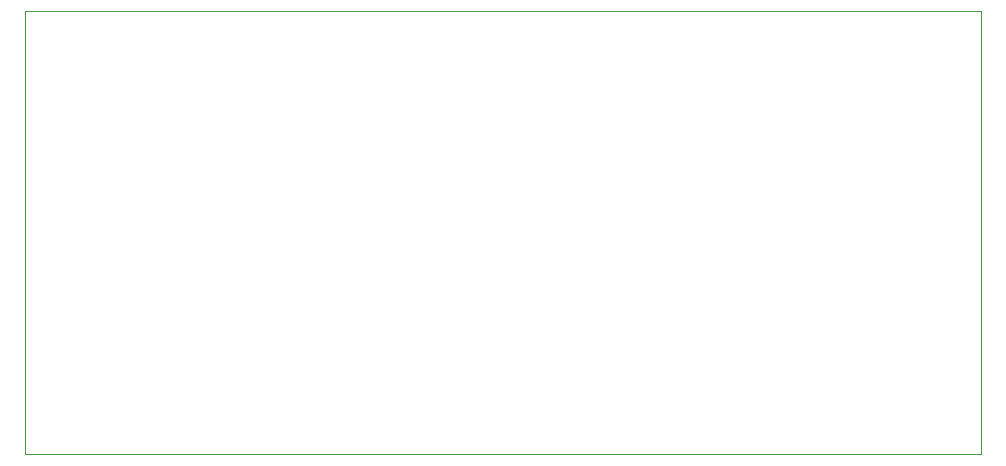
<source format=gm1>
%TF.GenerationSoftware,KiCad,Pcbnew,(5.99.0-8090-ga1d7a959f7)*%
%TF.CreationDate,2021-08-13T15:37:55+01:00*%
%TF.ProjectId,conio-b,636f6e69-6f2d-4622-9e6b-696361645f70,rev?*%
%TF.SameCoordinates,Original*%
%TF.FileFunction,Profile,NP*%
%FSLAX46Y46*%
G04 Gerber Fmt 4.6, Leading zero omitted, Abs format (unit mm)*
G04 Created by KiCad (PCBNEW (5.99.0-8090-ga1d7a959f7)) date 2021-08-13 15:37:55*
%MOMM*%
%LPD*%
G01*
G04 APERTURE LIST*
%TA.AperFunction,Profile*%
%ADD10C,0.100000*%
%TD*%
G04 APERTURE END LIST*
D10*
X115318750Y-120087500D02*
X115318750Y-82587500D01*
X196318750Y-120087500D02*
X115318750Y-120087500D01*
X196318750Y-82587500D02*
X196318750Y-120087500D01*
X115318750Y-82587500D02*
X196318750Y-82587500D01*
M02*

</source>
